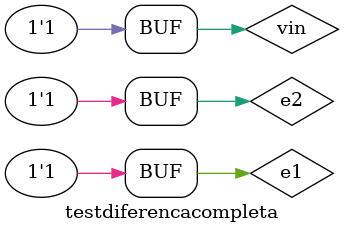
<source format=v>

module metodomeiadiferenca (saida,vout,e1,e2);
output saida,vout;
input e1,e2;
wire temp1;

xor XOR1 (saida,e1,e2);
not NOT1 (temp1,e1);
and AND1 (vout,temp1,e2);

endmodule

module metododiferencacompleta (saida,vout,e1,e2,vin);
output saida,vout;
input e1,e2,vin;
wire temp1,temp2,temp3;

metodomeiadiferenca MeiaDiferenca1 (temp1,temp2,e1,e2);
metodomeiadiferenca MeiaDiferenca2 (saida,temp3,temp1,vin);
or OR1 (vout, temp2,temp3);

endmodule

module testdiferencacompleta;
reg e1,e2,vin;
wire diferenca,vout;

metododiferencacompleta DiferencaCompleta (diferenca,vout,e1,e2,vin);

initial begin: start
		e1 = 0;  e2 = 0; vin=0;
		
end


initial begin:main

		$display("Circuito Diferenca Completa");
		#1 $display("e1-e2-Vin= Vout diferenca");
		#1 $monitor("%b- %b- %b =   %b      %b", e1,e2,vin,vout,diferenca);

		#1 e1 = 0; e2 = 0; vin=1;
		#1 e1 = 0; e2 = 1; vin=0;
		#1 e1 = 0; e2 = 1; vin=1;
		#1 e1 = 1; e2 = 0; vin=0;
		#1 e1 = 1; e2 = 0; vin=1;
		#1 e1 = 1; e2 = 1; vin=0;
		#1 e1 = 1; e2 = 1; vin=1;



end

endmodule


/*
 Circuito Diferenÿa Completa
    e1-e2-Vin= Vout diferenca
    0- 0- 0 =   0      0
    0- 0- 1 =   1      1
    0- 1- 0 =   1      1
    0- 1- 1 =   1      0
    1- 0- 0 =   0      1
    1- 0- 1 =   0      0
    1- 1- 0 =   0      0
    1- 1- 1 =   1      1
    
     ----jGRASP: operation complete.
       
*/


</source>
